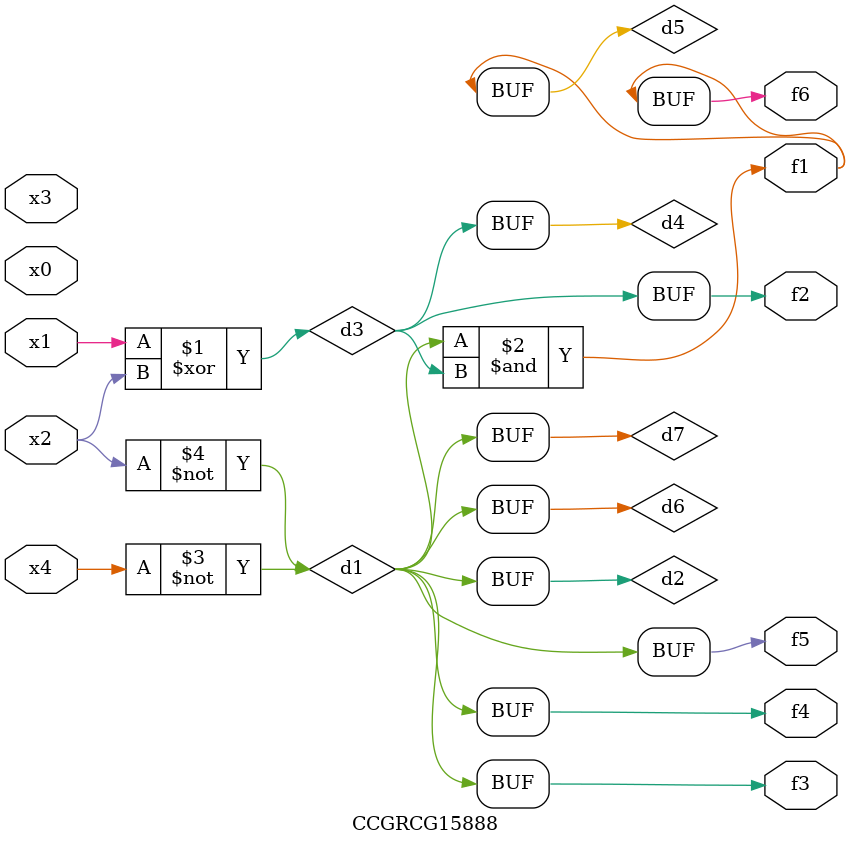
<source format=v>
module CCGRCG15888(
	input x0, x1, x2, x3, x4,
	output f1, f2, f3, f4, f5, f6
);

	wire d1, d2, d3, d4, d5, d6, d7;

	not (d1, x4);
	not (d2, x2);
	xor (d3, x1, x2);
	buf (d4, d3);
	and (d5, d1, d3);
	buf (d6, d1, d2);
	buf (d7, d2);
	assign f1 = d5;
	assign f2 = d4;
	assign f3 = d7;
	assign f4 = d7;
	assign f5 = d7;
	assign f6 = d5;
endmodule

</source>
